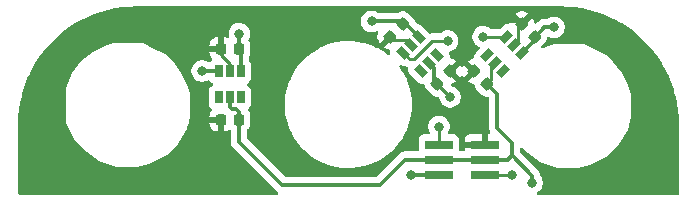
<source format=gbr>
%TF.GenerationSoftware,KiCad,Pcbnew,9.0.7*%
%TF.CreationDate,2026-01-26T09:51:23+01:00*%
%TF.ProjectId,Touchpad,546f7563-6870-4616-942e-6b696361645f,rev?*%
%TF.SameCoordinates,Original*%
%TF.FileFunction,Copper,L2,Bot*%
%TF.FilePolarity,Positive*%
%FSLAX46Y46*%
G04 Gerber Fmt 4.6, Leading zero omitted, Abs format (unit mm)*
G04 Created by KiCad (PCBNEW 9.0.7) date 2026-01-26 09:51:23*
%MOMM*%
%LPD*%
G01*
G04 APERTURE LIST*
G04 Aperture macros list*
%AMRoundRect*
0 Rectangle with rounded corners*
0 $1 Rounding radius*
0 $2 $3 $4 $5 $6 $7 $8 $9 X,Y pos of 4 corners*
0 Add a 4 corners polygon primitive as box body*
4,1,4,$2,$3,$4,$5,$6,$7,$8,$9,$2,$3,0*
0 Add four circle primitives for the rounded corners*
1,1,$1+$1,$2,$3*
1,1,$1+$1,$4,$5*
1,1,$1+$1,$6,$7*
1,1,$1+$1,$8,$9*
0 Add four rect primitives between the rounded corners*
20,1,$1+$1,$2,$3,$4,$5,0*
20,1,$1+$1,$4,$5,$6,$7,0*
20,1,$1+$1,$6,$7,$8,$9,0*
20,1,$1+$1,$8,$9,$2,$3,0*%
%AMRotRect*
0 Rectangle, with rotation*
0 The origin of the aperture is its center*
0 $1 length*
0 $2 width*
0 $3 Rotation angle, in degrees counterclockwise*
0 Add horizontal line*
21,1,$1,$2,0,0,$3*%
G04 Aperture macros list end*
%TA.AperFunction,SMDPad,CuDef*%
%ADD10RoundRect,0.225000X0.225000X0.250000X-0.225000X0.250000X-0.225000X-0.250000X0.225000X-0.250000X0*%
%TD*%
%TA.AperFunction,SMDPad,CuDef*%
%ADD11RoundRect,0.225000X0.017678X-0.335876X0.335876X-0.017678X-0.017678X0.335876X-0.335876X0.017678X0*%
%TD*%
%TA.AperFunction,SMDPad,CuDef*%
%ADD12RotRect,1.060000X0.650000X225.000000*%
%TD*%
%TA.AperFunction,SMDPad,CuDef*%
%ADD13RoundRect,0.225000X0.335876X0.017678X0.017678X0.335876X-0.335876X-0.017678X-0.017678X-0.335876X0*%
%TD*%
%TA.AperFunction,SMDPad,CuDef*%
%ADD14R,0.650000X1.060000*%
%TD*%
%TA.AperFunction,SMDPad,CuDef*%
%ADD15RoundRect,0.225000X-0.017678X0.335876X-0.335876X0.017678X0.017678X-0.335876X0.335876X-0.017678X0*%
%TD*%
%TA.AperFunction,SMDPad,CuDef*%
%ADD16RotRect,1.060000X0.650000X315.000000*%
%TD*%
%TA.AperFunction,SMDPad,CuDef*%
%ADD17R,2.400000X0.740000*%
%TD*%
%TA.AperFunction,ViaPad*%
%ADD18C,0.800000*%
%TD*%
%TA.AperFunction,Conductor*%
%ADD19C,0.355600*%
%TD*%
%TA.AperFunction,Conductor*%
%ADD20C,0.254000*%
%TD*%
G04 APERTURE END LIST*
D10*
%TO.P,C3,1*%
%TO.N,Net-(C3-Pad1)*%
X189429045Y-66775000D03*
%TO.P,C3,2*%
%TO.N,GND*%
X187879045Y-66775000D03*
%TD*%
D11*
%TO.P,C2,1*%
%TO.N,+5V*%
X206201992Y-69748008D03*
%TO.P,C2,2*%
%TO.N,GND*%
X207298008Y-68651992D03*
%TD*%
D12*
%TO.P,U3,1,Q*%
%TO.N,TP3*%
X212006066Y-65750431D03*
%TO.P,U3,2,VSS*%
%TO.N,GND*%
X212677817Y-66422183D03*
%TO.P,U3,3,I*%
%TO.N,Net-(C5-Pad1)*%
X213349569Y-67093934D03*
%TO.P,U3,4,AHLB*%
%TO.N,unconnected-(U3-Pad4)*%
X211793934Y-68649569D03*
%TO.P,U3,5,VDD*%
%TO.N,+5V*%
X211122183Y-67977817D03*
%TO.P,U3,6,TOG*%
%TO.N,unconnected-(U3-Pad6)*%
X210450431Y-67306066D03*
%TD*%
D10*
%TO.P,C4,1*%
%TO.N,+5V*%
X189429045Y-72775000D03*
%TO.P,C4,2*%
%TO.N,GND*%
X187879045Y-72775000D03*
%TD*%
D13*
%TO.P,C6,1*%
%TO.N,+5V*%
X210448008Y-69748008D03*
%TO.P,C6,2*%
%TO.N,GND*%
X209351992Y-68651992D03*
%TD*%
D14*
%TO.P,U2,1,Q*%
%TO.N,TP2*%
X187704045Y-68675000D03*
%TO.P,U2,2,VSS*%
%TO.N,GND*%
X188654045Y-68675000D03*
%TO.P,U2,3,I*%
%TO.N,Net-(C3-Pad1)*%
X189604045Y-68675000D03*
%TO.P,U2,4,AHLB*%
%TO.N,unconnected-(U2-Pad4)*%
X189604045Y-70875000D03*
%TO.P,U2,5,VDD*%
%TO.N,+5V*%
X188654045Y-70875000D03*
%TO.P,U2,6,TOG*%
%TO.N,unconnected-(U2-Pad6)*%
X187704045Y-70875000D03*
%TD*%
D15*
%TO.P,C1,1*%
%TO.N,Net-(C1-Pad1)*%
X203298008Y-64651992D03*
%TO.P,C1,2*%
%TO.N,GND*%
X202201992Y-65748008D03*
%TD*%
D16*
%TO.P,U1,1,Q*%
%TO.N,TP1*%
X203300431Y-67093934D03*
%TO.P,U1,2,VSS*%
%TO.N,GND*%
X203972183Y-66422183D03*
%TO.P,U1,3,I*%
%TO.N,Net-(C1-Pad1)*%
X204643934Y-65750431D03*
%TO.P,U1,4,AHLB*%
%TO.N,unconnected-(U1-Pad4)*%
X206199569Y-67306066D03*
%TO.P,U1,5,VDD*%
%TO.N,+5V*%
X205527817Y-67977817D03*
%TO.P,U1,6,TOG*%
%TO.N,unconnected-(U1-Pad6)*%
X204856066Y-68649569D03*
%TD*%
D17*
%TO.P,J1,1,Pin_1*%
%TO.N,TP2*%
X206350000Y-77420000D03*
%TO.P,J1,2,Pin_2*%
%TO.N,TP3*%
X210250000Y-77420000D03*
%TO.P,J1,3,Pin_3*%
%TO.N,+5V*%
X206350000Y-76150000D03*
%TO.P,J1,4,Pin_4*%
X210250000Y-76150000D03*
%TO.P,J1,5,Pin_5*%
%TO.N,TP1*%
X206350000Y-74880000D03*
%TO.P,J1,6,Pin_6*%
%TO.N,GND*%
X210250000Y-74880000D03*
%TD*%
D13*
%TO.P,C5,1*%
%TO.N,Net-(C5-Pad1)*%
X214448008Y-65748008D03*
%TO.P,C5,2*%
%TO.N,GND*%
X213351992Y-64651992D03*
%TD*%
D18*
%TO.N,Net-(C5-Pad1)*%
X216100000Y-64950000D03*
%TO.N,TP2*%
X186300000Y-68650000D03*
X204000000Y-77450000D03*
%TO.N,TP3*%
X210100000Y-65750000D03*
X212550000Y-77450000D03*
%TO.N,+5V*%
X207300000Y-70850000D03*
X214250000Y-78100000D03*
%TO.N,Net-(C1-Pad1)*%
X200650000Y-64450000D03*
%TO.N,Net-(C3-Pad1)*%
X189450000Y-65500000D03*
%TO.N,TP1*%
X206350000Y-73350000D03*
X207100000Y-66100000D03*
%TD*%
D19*
%TO.N,GND*%
X209600000Y-64400000D02*
X213100000Y-64400000D01*
X208850000Y-67100000D02*
X208850000Y-65150000D01*
D20*
X202500000Y-66050000D02*
X203600000Y-66050000D01*
D19*
X208850000Y-65150000D02*
X209600000Y-64400000D01*
D20*
X188654045Y-68079045D02*
X187879045Y-67304045D01*
X213050000Y-64953984D02*
X213351992Y-64651992D01*
X213050000Y-66050000D02*
X213050000Y-64953984D01*
X202201992Y-65748008D02*
X202201992Y-65751992D01*
D19*
X207298008Y-68651992D02*
X208850000Y-67100000D01*
X213100000Y-64400000D02*
X213351992Y-64651992D01*
D20*
X202201992Y-65751992D02*
X202500000Y-66050000D01*
X187879045Y-67304045D02*
X187879045Y-66775000D01*
X188654045Y-68675000D02*
X188654045Y-68079045D01*
X212677817Y-66422183D02*
X213050000Y-66050000D01*
X203600000Y-66050000D02*
X203972183Y-66422183D01*
D19*
%TO.N,Net-(C5-Pad1)*%
X214448008Y-65748008D02*
X214451992Y-65748008D01*
X214448008Y-65995495D02*
X213349569Y-67093934D01*
X214451992Y-65748008D02*
X215050000Y-65150000D01*
X214448008Y-65748008D02*
X214448008Y-65995495D01*
X215050000Y-65150000D02*
X215250000Y-64950000D01*
X215250000Y-64950000D02*
X216100000Y-64950000D01*
%TO.N,TP2*%
X206350000Y-77420000D02*
X204030000Y-77420000D01*
X204030000Y-77420000D02*
X204000000Y-77450000D01*
X187679045Y-68650000D02*
X187704045Y-68675000D01*
X186300000Y-68650000D02*
X187679045Y-68650000D01*
D20*
%TO.N,TP3*%
X212006066Y-65750431D02*
X210100431Y-65750431D01*
X210280000Y-77450000D02*
X210250000Y-77420000D01*
X210100431Y-65750431D02*
X210100000Y-65750000D01*
X212550000Y-77450000D02*
X210280000Y-77450000D01*
D19*
%TO.N,+5V*%
X206198008Y-69748008D02*
X205950000Y-69500000D01*
X201350000Y-78300000D02*
X203500000Y-76150000D01*
X205950000Y-68400000D02*
X205527817Y-67977817D01*
X212550000Y-75800000D02*
X212550000Y-74750000D01*
X206201992Y-69748008D02*
X206201992Y-69751992D01*
X210250000Y-76150000D02*
X212200000Y-76150000D01*
X189429045Y-72775000D02*
X189429045Y-72125000D01*
X189429045Y-72125000D02*
X189204045Y-71900000D01*
X214250000Y-77500000D02*
X212550000Y-75800000D01*
X189429045Y-72775000D02*
X189429045Y-74679045D01*
X193050000Y-78300000D02*
X201350000Y-78300000D01*
X203500000Y-76150000D02*
X206350000Y-76150000D01*
X188654045Y-70875000D02*
X188654045Y-71700000D01*
D20*
X210451992Y-69748008D02*
X210800000Y-69400000D01*
D19*
X206350000Y-76150000D02*
X210250000Y-76150000D01*
X211300000Y-70600000D02*
X210448008Y-69748008D01*
X188854045Y-71900000D02*
X189204045Y-71900000D01*
X206201992Y-69748008D02*
X206198008Y-69748008D01*
X206201992Y-69751992D02*
X207300000Y-70850000D01*
X212200000Y-76150000D02*
X212550000Y-75800000D01*
X214250000Y-78100000D02*
X214250000Y-77500000D01*
X188654045Y-71700000D02*
X188854045Y-71900000D01*
D20*
X210800000Y-68300000D02*
X211122183Y-67977817D01*
D19*
X189429045Y-74679045D02*
X193050000Y-78300000D01*
D20*
X210800000Y-69400000D02*
X210800000Y-68300000D01*
D19*
X211300000Y-73500000D02*
X211300000Y-70600000D01*
X212550000Y-74750000D02*
X211300000Y-73500000D01*
X205950000Y-69500000D02*
X205950000Y-68400000D01*
%TO.N,Net-(C1-Pad1)*%
X203100000Y-64450000D02*
X200650000Y-64450000D01*
D20*
X203298008Y-64648008D02*
X203100000Y-64450000D01*
X203298008Y-64651992D02*
X203545495Y-64651992D01*
X203298008Y-64651992D02*
X203298008Y-64648008D01*
D19*
X203545495Y-64651992D02*
X204643934Y-65750431D01*
%TO.N,Net-(C3-Pad1)*%
X189429045Y-65504045D02*
X189425000Y-65500000D01*
X189429045Y-65520955D02*
X189450000Y-65500000D01*
X189604045Y-68675000D02*
X189604045Y-66950000D01*
X189429045Y-66775000D02*
X189429045Y-65520955D01*
X189604045Y-66950000D02*
X189429045Y-66775000D01*
D20*
%TO.N,TP1*%
X207100000Y-66100000D02*
X205800000Y-66100000D01*
X206350000Y-74880000D02*
X206350000Y-73350000D01*
X205800000Y-66100000D02*
X204225000Y-67675000D01*
X203881497Y-67675000D02*
X204225000Y-67675000D01*
X203300431Y-67093934D02*
X203881497Y-67675000D01*
%TD*%
%TA.AperFunction,Conductor*%
%TO.N,GND*%
G36*
X216701886Y-63175557D02*
G01*
X217298454Y-63193583D01*
X217306036Y-63194042D01*
X217898515Y-63247881D01*
X217906027Y-63248793D01*
X218494205Y-63338312D01*
X218501665Y-63339679D01*
X219083355Y-63464547D01*
X219090713Y-63466361D01*
X219663801Y-63626121D01*
X219671003Y-63628365D01*
X220233427Y-63822444D01*
X220240511Y-63825131D01*
X220790151Y-64052800D01*
X220797082Y-64055920D01*
X221331980Y-64316363D01*
X221338677Y-64319878D01*
X221809695Y-64585533D01*
X221856867Y-64612138D01*
X221863378Y-64616074D01*
X222334798Y-64920869D01*
X222362959Y-64939076D01*
X222369223Y-64943400D01*
X222848398Y-65295984D01*
X222854386Y-65300675D01*
X223311400Y-65681549D01*
X223317080Y-65686580D01*
X223462622Y-65823585D01*
X223750264Y-66094353D01*
X223755646Y-66099735D01*
X223910992Y-66264762D01*
X224152198Y-66521000D01*
X224163411Y-66532911D01*
X224168452Y-66538602D01*
X224443585Y-66868736D01*
X224549321Y-66995609D01*
X224554015Y-67001601D01*
X224906599Y-67480776D01*
X224910923Y-67487040D01*
X225233924Y-67986619D01*
X225237861Y-67993132D01*
X225355013Y-68200847D01*
X225523268Y-68499171D01*
X225530110Y-68511301D01*
X225533642Y-68518031D01*
X225597580Y-68649346D01*
X225794077Y-69052912D01*
X225797201Y-69059853D01*
X226024863Y-69609477D01*
X226027561Y-69616591D01*
X226221627Y-70178975D01*
X226223884Y-70186219D01*
X226257044Y-70305170D01*
X226383634Y-70759270D01*
X226385456Y-70766660D01*
X226510317Y-71348321D01*
X226511689Y-71355807D01*
X226601203Y-71943950D01*
X226602120Y-71951506D01*
X226655956Y-72543955D01*
X226656416Y-72551552D01*
X226674443Y-73148113D01*
X226674500Y-73151919D01*
X226674500Y-78998500D01*
X226654498Y-79066621D01*
X226600842Y-79113114D01*
X226548500Y-79124500D01*
X214767350Y-79124500D01*
X214699229Y-79104498D01*
X214652736Y-79050842D01*
X214642632Y-78980568D01*
X214672126Y-78915988D01*
X214697348Y-78893735D01*
X214699207Y-78892492D01*
X214829135Y-78805678D01*
X214955678Y-78679135D01*
X215055102Y-78530336D01*
X215123587Y-78365000D01*
X215158500Y-78189479D01*
X215158500Y-78010521D01*
X215123587Y-77835000D01*
X215055102Y-77669664D01*
X214957535Y-77523644D01*
X214936320Y-77455891D01*
X214936300Y-77453642D01*
X214936300Y-77432406D01*
X214936299Y-77432402D01*
X214909926Y-77299814D01*
X214858191Y-77174915D01*
X214783084Y-77062509D01*
X214687491Y-76966916D01*
X213273205Y-75552630D01*
X213258260Y-75525261D01*
X213241404Y-75499033D01*
X213240498Y-75492734D01*
X213239179Y-75490318D01*
X213236300Y-75463535D01*
X213236300Y-75270490D01*
X213256302Y-75202369D01*
X213309958Y-75155876D01*
X213380232Y-75145772D01*
X213444812Y-75175266D01*
X213451381Y-75181381D01*
X213880000Y-75610000D01*
X214880000Y-76360000D01*
X216380000Y-76860000D01*
X218130001Y-76860000D01*
X218130001Y-76859999D01*
X219130000Y-76610000D01*
X220630000Y-75860000D01*
X221630000Y-74860000D01*
X222380000Y-73610000D01*
X222552584Y-72919664D01*
X222630000Y-72610001D01*
X222630000Y-70610000D01*
X222380000Y-69860000D01*
X222379114Y-69858228D01*
X221880000Y-68860000D01*
X221879996Y-68859995D01*
X221879994Y-68859991D01*
X221129997Y-67859996D01*
X220630005Y-67360004D01*
X220630000Y-67360000D01*
X218630000Y-66360000D01*
X216130000Y-66360000D01*
X215379997Y-66610001D01*
X215379996Y-66610001D01*
X215197553Y-66701222D01*
X215127679Y-66713796D01*
X215062099Y-66686597D01*
X215021635Y-66628260D01*
X215019133Y-66557308D01*
X215052108Y-66499430D01*
X215337104Y-66214435D01*
X215400885Y-66136139D01*
X215477840Y-65982910D01*
X215510030Y-65847084D01*
X215545201Y-65785416D01*
X215608133Y-65752550D01*
X215678842Y-65758924D01*
X215680826Y-65759725D01*
X215835000Y-65823587D01*
X216010521Y-65858500D01*
X216010522Y-65858500D01*
X216189478Y-65858500D01*
X216189479Y-65858500D01*
X216365000Y-65823587D01*
X216530336Y-65755102D01*
X216679135Y-65655678D01*
X216805678Y-65529135D01*
X216905102Y-65380336D01*
X216973587Y-65215000D01*
X217008500Y-65039479D01*
X217008500Y-64860521D01*
X216973587Y-64685000D01*
X216905102Y-64519664D01*
X216805678Y-64370865D01*
X216679135Y-64244322D01*
X216530336Y-64144898D01*
X216413429Y-64096473D01*
X216365003Y-64076414D01*
X216365001Y-64076413D01*
X216365000Y-64076413D01*
X216261984Y-64055922D01*
X216189481Y-64041500D01*
X216189479Y-64041500D01*
X216010521Y-64041500D01*
X216010518Y-64041500D01*
X215879771Y-64067507D01*
X215835000Y-64076413D01*
X215834999Y-64076413D01*
X215834996Y-64076414D01*
X215669662Y-64144899D01*
X215523644Y-64242465D01*
X215455891Y-64263680D01*
X215453642Y-64263700D01*
X215182402Y-64263700D01*
X215049813Y-64290074D01*
X215049808Y-64290076D01*
X214924915Y-64341809D01*
X214812510Y-64416915D01*
X214812504Y-64416920D01*
X214751166Y-64478259D01*
X214716916Y-64512509D01*
X214716914Y-64512511D01*
X214692566Y-64536859D01*
X214630300Y-64599123D01*
X214601061Y-64615088D01*
X214567988Y-64633147D01*
X214567987Y-64633146D01*
X214567987Y-64633147D01*
X214497171Y-64628081D01*
X214449117Y-64592107D01*
X214440337Y-64585534D01*
X214440336Y-64585533D01*
X214440333Y-64585527D01*
X214418602Y-64539084D01*
X214381349Y-64381904D01*
X214304453Y-64228786D01*
X214240706Y-64150533D01*
X214226684Y-64136511D01*
X214226682Y-64136511D01*
X213620692Y-64742501D01*
X213558380Y-64776527D01*
X213487565Y-64771462D01*
X213442502Y-64742501D01*
X213351993Y-64651992D01*
X213351992Y-64651992D01*
X213261481Y-64742502D01*
X213199169Y-64776527D01*
X213128353Y-64771461D01*
X213083291Y-64742501D01*
X212494978Y-64154188D01*
X212463274Y-64185892D01*
X212399530Y-64264143D01*
X212322632Y-64417263D01*
X212322631Y-64417266D01*
X212294286Y-64536859D01*
X212259113Y-64598531D01*
X212196181Y-64631395D01*
X212153759Y-64632519D01*
X212151024Y-64632126D01*
X212151020Y-64632126D01*
X212006293Y-64652934D01*
X212006289Y-64652935D01*
X211873285Y-64713674D01*
X211873276Y-64713680D01*
X211825853Y-64751897D01*
X211825849Y-64751900D01*
X211499724Y-65078026D01*
X211437412Y-65112052D01*
X211410629Y-65114931D01*
X210801934Y-65114931D01*
X210733813Y-65094929D01*
X210712839Y-65078026D01*
X210679137Y-65044324D01*
X210679135Y-65044322D01*
X210530336Y-64944898D01*
X210413429Y-64896473D01*
X210365003Y-64876414D01*
X210365001Y-64876413D01*
X210365000Y-64876413D01*
X210276645Y-64858838D01*
X210189481Y-64841500D01*
X210189479Y-64841500D01*
X210010521Y-64841500D01*
X210010518Y-64841500D01*
X209879771Y-64867507D01*
X209835000Y-64876413D01*
X209834999Y-64876413D01*
X209834996Y-64876414D01*
X209703902Y-64930716D01*
X209673281Y-64943400D01*
X209669662Y-64944899D01*
X209520869Y-65044319D01*
X209520862Y-65044324D01*
X209394324Y-65170862D01*
X209394319Y-65170869D01*
X209294899Y-65319662D01*
X209226414Y-65484996D01*
X209191500Y-65660518D01*
X209191500Y-65839481D01*
X209195283Y-65858499D01*
X209226413Y-66015000D01*
X209294898Y-66180336D01*
X209394322Y-66329135D01*
X209520865Y-66455678D01*
X209669664Y-66555102D01*
X209745043Y-66586325D01*
X209800323Y-66630874D01*
X209822744Y-66698237D01*
X209805185Y-66767029D01*
X209785920Y-66791829D01*
X209451905Y-67125844D01*
X209451892Y-67125858D01*
X209413680Y-67173276D01*
X209413674Y-67173285D01*
X209352935Y-67306289D01*
X209352934Y-67306293D01*
X209332126Y-67451019D01*
X209332126Y-67451024D01*
X209332519Y-67453759D01*
X209332126Y-67456490D01*
X209332126Y-67460035D01*
X209331616Y-67460035D01*
X209322410Y-67524032D01*
X209275914Y-67577685D01*
X209236859Y-67594286D01*
X209117266Y-67622631D01*
X209117263Y-67622632D01*
X208964143Y-67699530D01*
X208885892Y-67763274D01*
X208854188Y-67794978D01*
X209442501Y-68383291D01*
X209476527Y-68445603D01*
X209471462Y-68516418D01*
X209442502Y-68561481D01*
X209351992Y-68651991D01*
X209351992Y-68651993D01*
X209442501Y-68742502D01*
X209476527Y-68804814D01*
X209471462Y-68875629D01*
X209442501Y-68920692D01*
X208836511Y-69526682D01*
X208836511Y-69526684D01*
X208850533Y-69540706D01*
X208928786Y-69604453D01*
X209081904Y-69681349D01*
X209081905Y-69681350D01*
X209248641Y-69720868D01*
X209252633Y-69720868D01*
X209255274Y-69721643D01*
X209255928Y-69721720D01*
X209255914Y-69721831D01*
X209320754Y-69740870D01*
X209367247Y-69794526D01*
X209378633Y-69846868D01*
X209378633Y-69851419D01*
X209418176Y-70018265D01*
X209418176Y-70018266D01*
X209418177Y-70018267D01*
X209418178Y-70018271D01*
X209495127Y-70171488D01*
X209495133Y-70171496D01*
X209558912Y-70249792D01*
X209946223Y-70637103D01*
X209987782Y-70670956D01*
X210024522Y-70700885D01*
X210024525Y-70700886D01*
X210024527Y-70700888D01*
X210177744Y-70777837D01*
X210177746Y-70777837D01*
X210177751Y-70777840D01*
X210344597Y-70817383D01*
X210344599Y-70817383D01*
X210487700Y-70817383D01*
X210555821Y-70837385D01*
X210602314Y-70891041D01*
X210613700Y-70943383D01*
X210613700Y-73567597D01*
X210635124Y-73675303D01*
X210635125Y-73675306D01*
X210637173Y-73685601D01*
X210640074Y-73700186D01*
X210691809Y-73825085D01*
X210692164Y-73825617D01*
X210694320Y-73831297D01*
X210696913Y-73864874D01*
X210700515Y-73898372D01*
X210699636Y-73900126D01*
X210699788Y-73902083D01*
X210683814Y-73931736D01*
X210668736Y-73961859D01*
X210667048Y-73962860D01*
X210666118Y-73964587D01*
X210636658Y-73980891D01*
X210607678Y-73998086D01*
X210604977Y-73998425D01*
X210604000Y-73998966D01*
X210601816Y-73998822D01*
X210576517Y-74002000D01*
X210504000Y-74002000D01*
X210504000Y-74754000D01*
X210483998Y-74822121D01*
X210430342Y-74868614D01*
X210378000Y-74880000D01*
X210250000Y-74880000D01*
X210250000Y-75008000D01*
X210229998Y-75076121D01*
X210176342Y-75122614D01*
X210124000Y-75134000D01*
X208542000Y-75134000D01*
X208542000Y-75298595D01*
X208544757Y-75324229D01*
X208541932Y-75339884D01*
X208544197Y-75355632D01*
X208535758Y-75374107D01*
X208532153Y-75394097D01*
X208521311Y-75405741D01*
X208514703Y-75420212D01*
X208497616Y-75431193D01*
X208483775Y-75446060D01*
X208467561Y-75450508D01*
X208454977Y-75458596D01*
X208419479Y-75463700D01*
X208181027Y-75463700D01*
X208112906Y-75443698D01*
X208066413Y-75390042D01*
X208055749Y-75324233D01*
X208058498Y-75298652D01*
X208058500Y-75298638D01*
X208058500Y-74461402D01*
X208542000Y-74461402D01*
X208542000Y-74626000D01*
X209996000Y-74626000D01*
X209996000Y-74002000D01*
X209001402Y-74002000D01*
X208940906Y-74008505D01*
X208804035Y-74059555D01*
X208804034Y-74059555D01*
X208687095Y-74147095D01*
X208599555Y-74264034D01*
X208599555Y-74264035D01*
X208548505Y-74400906D01*
X208542000Y-74461402D01*
X208058500Y-74461402D01*
X208058500Y-74461362D01*
X208058499Y-74461350D01*
X208051990Y-74400803D01*
X208051988Y-74400795D01*
X208000978Y-74264035D01*
X208000889Y-74263796D01*
X208000888Y-74263794D01*
X208000887Y-74263792D01*
X207913261Y-74146738D01*
X207796207Y-74059112D01*
X207796202Y-74059110D01*
X207659204Y-74008011D01*
X207659196Y-74008009D01*
X207598649Y-74001500D01*
X207598638Y-74001500D01*
X207243054Y-74001500D01*
X207174933Y-73981498D01*
X207128440Y-73927842D01*
X207118336Y-73857568D01*
X207138289Y-73805498D01*
X207155102Y-73780336D01*
X207223587Y-73615000D01*
X207258500Y-73439479D01*
X207258500Y-73260521D01*
X207223587Y-73085000D01*
X207155102Y-72919664D01*
X207055678Y-72770865D01*
X206929135Y-72644322D01*
X206780336Y-72544898D01*
X206663429Y-72496473D01*
X206615003Y-72476414D01*
X206615001Y-72476413D01*
X206615000Y-72476413D01*
X206526645Y-72458838D01*
X206439481Y-72441500D01*
X206439479Y-72441500D01*
X206260521Y-72441500D01*
X206260518Y-72441500D01*
X206129771Y-72467507D01*
X206085000Y-72476413D01*
X206084999Y-72476413D01*
X206084996Y-72476414D01*
X205919662Y-72544899D01*
X205770869Y-72644319D01*
X205770862Y-72644324D01*
X205644324Y-72770862D01*
X205644319Y-72770869D01*
X205544899Y-72919662D01*
X205476414Y-73084996D01*
X205441500Y-73260518D01*
X205441500Y-73439481D01*
X205450104Y-73482734D01*
X205476413Y-73615000D01*
X205544898Y-73780336D01*
X205544899Y-73780337D01*
X205561711Y-73805498D01*
X205582926Y-73873251D01*
X205564143Y-73941718D01*
X205511326Y-73989161D01*
X205456946Y-74001500D01*
X205101350Y-74001500D01*
X205040803Y-74008009D01*
X205040795Y-74008011D01*
X204903797Y-74059110D01*
X204903792Y-74059112D01*
X204786738Y-74146738D01*
X204699112Y-74263792D01*
X204699110Y-74263797D01*
X204648011Y-74400795D01*
X204648009Y-74400803D01*
X204641500Y-74461350D01*
X204641500Y-75298632D01*
X204641501Y-75298652D01*
X204644251Y-75324233D01*
X204631645Y-75394101D01*
X204583266Y-75446063D01*
X204518973Y-75463700D01*
X203432402Y-75463700D01*
X203299813Y-75490074D01*
X203299808Y-75490076D01*
X203174915Y-75541809D01*
X203062510Y-75616915D01*
X203062504Y-75616920D01*
X201102630Y-77576795D01*
X201040318Y-77610821D01*
X201013535Y-77613700D01*
X193386465Y-77613700D01*
X193318344Y-77593698D01*
X193297370Y-77576795D01*
X190152250Y-74431675D01*
X190118224Y-74369363D01*
X190115345Y-74342580D01*
X190115345Y-73653215D01*
X190135347Y-73585094D01*
X190152245Y-73564124D01*
X190233330Y-73483040D01*
X190323347Y-73337101D01*
X190377281Y-73174336D01*
X190383854Y-73110000D01*
X190387545Y-73073880D01*
X190387545Y-72476119D01*
X190377292Y-72375770D01*
X190377281Y-72375664D01*
X190323347Y-72212899D01*
X190233330Y-72066960D01*
X190233329Y-72066959D01*
X190233324Y-72066953D01*
X190190578Y-72024207D01*
X190156552Y-71961895D01*
X190161617Y-71891080D01*
X190204164Y-71834244D01*
X190292306Y-71768261D01*
X190379932Y-71651207D01*
X190379932Y-71651206D01*
X190379934Y-71651204D01*
X190431034Y-71514201D01*
X190437545Y-71453638D01*
X190437545Y-71274809D01*
X193327405Y-71274809D01*
X193327405Y-71725190D01*
X193365091Y-72173966D01*
X193365091Y-72173968D01*
X193440192Y-72617992D01*
X193440200Y-72618027D01*
X193552188Y-73054194D01*
X193552199Y-73054231D01*
X193700296Y-73479506D01*
X193700299Y-73479514D01*
X193700302Y-73479521D01*
X193883478Y-73890942D01*
X193944258Y-74001500D01*
X194100442Y-74285599D01*
X194100446Y-74285605D01*
X194349658Y-74660698D01*
X194349668Y-74660712D01*
X194629401Y-75013646D01*
X194629402Y-75013648D01*
X194937683Y-75341934D01*
X194937711Y-75341961D01*
X195168763Y-75550000D01*
X195272372Y-75643290D01*
X195456668Y-75783178D01*
X195631088Y-75915570D01*
X195631103Y-75915580D01*
X196011332Y-76156882D01*
X196011337Y-76156884D01*
X196011344Y-76156889D01*
X196410452Y-76365537D01*
X196825619Y-76540058D01*
X196825633Y-76540062D01*
X196825634Y-76540063D01*
X197253926Y-76679224D01*
X197253932Y-76679225D01*
X197253934Y-76679226D01*
X197692392Y-76782065D01*
X197692403Y-76782066D01*
X197692405Y-76782067D01*
X197760778Y-76792163D01*
X198137918Y-76847855D01*
X198137921Y-76847855D01*
X198137922Y-76847856D01*
X198454369Y-76867764D01*
X198587386Y-76876133D01*
X198587389Y-76876132D01*
X198587391Y-76876133D01*
X198868797Y-76870238D01*
X199037644Y-76866701D01*
X199485534Y-76819626D01*
X199927914Y-76735238D01*
X200361681Y-76614128D01*
X200783792Y-76457146D01*
X201191287Y-76265393D01*
X201581308Y-76040215D01*
X201951118Y-75783190D01*
X202298124Y-75496122D01*
X202619892Y-75181023D01*
X202914164Y-74840105D01*
X203178877Y-74475759D01*
X203187604Y-74461350D01*
X203294042Y-74285599D01*
X203412174Y-74090540D01*
X203612419Y-73687150D01*
X203778206Y-73268419D01*
X203908374Y-72837283D01*
X204002008Y-72396768D01*
X204004663Y-72375758D01*
X204058451Y-71949979D01*
X204058451Y-71949976D01*
X204058453Y-71949962D01*
X204067941Y-71723585D01*
X204077312Y-71500011D01*
X204077312Y-71499988D01*
X204058454Y-71050061D01*
X204058453Y-71050059D01*
X204058453Y-71050038D01*
X204057801Y-71044877D01*
X204002011Y-70603251D01*
X204002009Y-70603244D01*
X204002008Y-70603232D01*
X203908374Y-70162717D01*
X203778206Y-69731581D01*
X203612419Y-69312850D01*
X203412174Y-68909460D01*
X203294046Y-68714407D01*
X203178882Y-68524248D01*
X203178879Y-68524244D01*
X203169475Y-68511301D01*
X203083766Y-68393332D01*
X203038294Y-68330745D01*
X203014435Y-68263877D01*
X203030516Y-68194726D01*
X203081430Y-68145245D01*
X203151013Y-68131146D01*
X203192570Y-68142069D01*
X203300654Y-68191429D01*
X203300655Y-68191429D01*
X203300658Y-68191430D01*
X203445386Y-68212239D01*
X203445388Y-68212239D01*
X203476821Y-68207719D01*
X203547095Y-68217821D01*
X203547829Y-68218159D01*
X203556660Y-68222260D01*
X203580475Y-68238173D01*
X203677098Y-68278195D01*
X203679502Y-68279312D01*
X203704275Y-68301057D01*
X203729927Y-68321729D01*
X203730794Y-68324334D01*
X203732859Y-68326147D01*
X203741939Y-68357819D01*
X203752348Y-68389092D01*
X203752120Y-68393332D01*
X203752425Y-68394394D01*
X203751985Y-68395857D01*
X203751145Y-68411521D01*
X203737761Y-68504608D01*
X203737761Y-68504615D01*
X203758569Y-68649341D01*
X203758570Y-68649345D01*
X203819309Y-68782349D01*
X203819315Y-68782358D01*
X203833532Y-68800000D01*
X203857534Y-68829784D01*
X204675851Y-69648101D01*
X204723280Y-69686322D01*
X204723281Y-69686322D01*
X204723285Y-69686325D01*
X204856289Y-69747064D01*
X204856293Y-69747065D01*
X205001019Y-69767874D01*
X205001021Y-69767873D01*
X205001023Y-69767874D01*
X205003253Y-69767553D01*
X205005485Y-69767874D01*
X205010035Y-69767874D01*
X205010035Y-69768527D01*
X205073526Y-69777654D01*
X205127183Y-69824145D01*
X205143791Y-69863211D01*
X205151115Y-69894112D01*
X205172160Y-69982910D01*
X205172162Y-69982916D01*
X205235987Y-70110000D01*
X205249115Y-70136139D01*
X205249118Y-70136143D01*
X205249121Y-70136147D01*
X205312900Y-70214440D01*
X205735559Y-70637099D01*
X205735564Y-70637103D01*
X205735565Y-70637104D01*
X205813861Y-70700885D01*
X205813867Y-70700888D01*
X205967083Y-70777837D01*
X205967085Y-70777837D01*
X205967090Y-70777840D01*
X206133937Y-70817383D01*
X206244619Y-70817383D01*
X206274534Y-70826166D01*
X206305004Y-70832795D01*
X206310099Y-70836609D01*
X206312740Y-70837385D01*
X206333714Y-70854288D01*
X206357667Y-70878241D01*
X206391693Y-70940553D01*
X206392151Y-70942754D01*
X206409880Y-71031885D01*
X206426413Y-71115000D01*
X206494898Y-71280336D01*
X206594322Y-71429135D01*
X206720865Y-71555678D01*
X206869664Y-71655102D01*
X207035000Y-71723587D01*
X207210521Y-71758500D01*
X207210522Y-71758500D01*
X207389478Y-71758500D01*
X207389479Y-71758500D01*
X207565000Y-71723587D01*
X207730336Y-71655102D01*
X207879135Y-71555678D01*
X208005678Y-71429135D01*
X208105102Y-71280336D01*
X208173587Y-71115000D01*
X208208500Y-70939479D01*
X208208500Y-70760521D01*
X208173587Y-70585000D01*
X208105102Y-70419664D01*
X208005678Y-70270865D01*
X207879135Y-70144322D01*
X207730336Y-70044898D01*
X207613429Y-69996473D01*
X207565003Y-69976414D01*
X207565001Y-69976413D01*
X207565000Y-69976413D01*
X207514827Y-69966433D01*
X207456984Y-69954927D01*
X207394075Y-69922019D01*
X207358944Y-69860323D01*
X207362745Y-69789429D01*
X207404271Y-69731843D01*
X207452510Y-69708744D01*
X207568093Y-69681350D01*
X207568095Y-69681349D01*
X207721213Y-69604453D01*
X207799466Y-69540706D01*
X207813489Y-69526684D01*
X207813489Y-69526683D01*
X207207498Y-68920693D01*
X207173473Y-68858380D01*
X207178537Y-68787565D01*
X207207498Y-68742501D01*
X207298007Y-68651992D01*
X207298006Y-68651991D01*
X207657218Y-68651991D01*
X207657218Y-68651993D01*
X208172698Y-69167473D01*
X208172700Y-69167473D01*
X208186726Y-69153446D01*
X208227311Y-69103626D01*
X208285842Y-69063444D01*
X208356806Y-69061285D01*
X208417672Y-69097835D01*
X208422689Y-69103626D01*
X208463273Y-69153446D01*
X208477300Y-69167473D01*
X208477302Y-69167473D01*
X208992781Y-68651994D01*
X208992781Y-68651990D01*
X208494979Y-68154188D01*
X208494978Y-68154188D01*
X208463267Y-68185899D01*
X208422687Y-68235714D01*
X208364156Y-68275895D01*
X208293192Y-68278053D01*
X208232327Y-68241503D01*
X208227309Y-68235712D01*
X208186725Y-68185891D01*
X208155022Y-68154188D01*
X208155021Y-68154188D01*
X207657218Y-68651991D01*
X207298006Y-68651991D01*
X207207498Y-68561483D01*
X207173473Y-68499171D01*
X207178537Y-68428355D01*
X207207498Y-68383292D01*
X207795811Y-67794979D01*
X207795811Y-67794977D01*
X207764107Y-67763273D01*
X207685861Y-67699533D01*
X207685857Y-67699531D01*
X207532736Y-67622632D01*
X207532733Y-67622631D01*
X207413140Y-67594286D01*
X207351469Y-67559113D01*
X207318604Y-67496181D01*
X207317482Y-67453748D01*
X207317874Y-67451022D01*
X207317874Y-67451019D01*
X207297065Y-67306293D01*
X207297064Y-67306289D01*
X207236323Y-67173282D01*
X207235922Y-67172632D01*
X207235764Y-67172056D01*
X207233048Y-67166109D01*
X207234011Y-67165669D01*
X207217135Y-67104166D01*
X207238346Y-67036412D01*
X207292820Y-66990881D01*
X207318528Y-66982830D01*
X207365000Y-66973587D01*
X207530336Y-66905102D01*
X207679135Y-66805678D01*
X207805678Y-66679135D01*
X207905102Y-66530336D01*
X207973587Y-66365000D01*
X208008500Y-66189479D01*
X208008500Y-66010521D01*
X207973587Y-65835000D01*
X207905102Y-65669664D01*
X207805678Y-65520865D01*
X207679135Y-65394322D01*
X207530336Y-65294898D01*
X207385721Y-65234996D01*
X207365003Y-65226414D01*
X207365001Y-65226413D01*
X207365000Y-65226413D01*
X207276645Y-65208838D01*
X207189481Y-65191500D01*
X207189479Y-65191500D01*
X207010521Y-65191500D01*
X207010518Y-65191500D01*
X206892362Y-65215003D01*
X206835000Y-65226413D01*
X206834999Y-65226413D01*
X206834996Y-65226414D01*
X206669662Y-65294899D01*
X206520869Y-65394319D01*
X206520862Y-65394324D01*
X206487592Y-65427595D01*
X206425280Y-65461621D01*
X206398497Y-65464500D01*
X205737403Y-65464500D01*
X205636094Y-65484652D01*
X205565380Y-65478324D01*
X205522418Y-65450168D01*
X204824150Y-64751900D01*
X204824149Y-64751899D01*
X204782302Y-64718176D01*
X204776723Y-64713680D01*
X204776714Y-64713674D01*
X204643710Y-64652935D01*
X204643706Y-64652934D01*
X204537245Y-64637627D01*
X204516780Y-64628280D01*
X204494793Y-64623498D01*
X204476780Y-64610013D01*
X204472665Y-64608134D01*
X204466083Y-64602005D01*
X204367605Y-64503527D01*
X204334096Y-64443490D01*
X204327840Y-64417090D01*
X204327838Y-64417086D01*
X204327837Y-64417083D01*
X204250888Y-64263867D01*
X204250885Y-64263861D01*
X204222312Y-64228786D01*
X204187099Y-64185559D01*
X203796517Y-63794977D01*
X212854188Y-63794977D01*
X213351991Y-64292781D01*
X213867473Y-63777300D01*
X213853450Y-63763277D01*
X213775197Y-63699530D01*
X213622079Y-63622634D01*
X213622078Y-63622633D01*
X213455343Y-63583116D01*
X213283996Y-63583116D01*
X213117261Y-63622633D01*
X212964143Y-63699530D01*
X212885892Y-63763274D01*
X212854188Y-63794977D01*
X203796517Y-63794977D01*
X203764440Y-63762900D01*
X203686147Y-63699121D01*
X203686141Y-63699117D01*
X203686139Y-63699115D01*
X203686134Y-63699112D01*
X203686132Y-63699111D01*
X203532916Y-63622162D01*
X203532912Y-63622161D01*
X203532911Y-63622160D01*
X203532910Y-63622160D01*
X203366063Y-63582617D01*
X203194597Y-63582617D01*
X203027751Y-63622160D01*
X203027749Y-63622160D01*
X203027748Y-63622161D01*
X203027744Y-63622162D01*
X202874527Y-63699111D01*
X202874519Y-63699117D01*
X202829991Y-63735390D01*
X202764543Y-63762905D01*
X202750413Y-63763700D01*
X201296358Y-63763700D01*
X201228237Y-63743698D01*
X201226356Y-63742465D01*
X201080337Y-63644899D01*
X201080338Y-63644899D01*
X201080336Y-63644898D01*
X200963429Y-63596473D01*
X200915003Y-63576414D01*
X200915001Y-63576413D01*
X200915000Y-63576413D01*
X200826645Y-63558838D01*
X200739481Y-63541500D01*
X200739479Y-63541500D01*
X200560521Y-63541500D01*
X200560518Y-63541500D01*
X200429771Y-63567507D01*
X200385000Y-63576413D01*
X200384999Y-63576413D01*
X200384996Y-63576414D01*
X200219662Y-63644899D01*
X200070869Y-63744319D01*
X200070862Y-63744324D01*
X199944324Y-63870862D01*
X199944319Y-63870869D01*
X199844899Y-64019662D01*
X199776414Y-64184996D01*
X199776413Y-64184999D01*
X199776413Y-64185000D01*
X199767507Y-64229771D01*
X199741500Y-64360518D01*
X199741500Y-64539481D01*
X199751968Y-64592107D01*
X199776150Y-64713680D01*
X199776414Y-64715003D01*
X199781419Y-64727086D01*
X199844898Y-64880336D01*
X199944322Y-65029135D01*
X200070865Y-65155678D01*
X200219664Y-65255102D01*
X200385000Y-65323587D01*
X200560521Y-65358500D01*
X200560522Y-65358500D01*
X200739478Y-65358500D01*
X200739479Y-65358500D01*
X200915000Y-65323587D01*
X200942096Y-65312363D01*
X201025438Y-65277842D01*
X201096028Y-65270252D01*
X201159515Y-65302031D01*
X201195743Y-65363088D01*
X201193209Y-65434040D01*
X201186256Y-65450795D01*
X201172634Y-65477919D01*
X201172633Y-65477921D01*
X201133116Y-65644657D01*
X201133116Y-65816003D01*
X201172633Y-65982738D01*
X201249531Y-66135857D01*
X201249533Y-66135861D01*
X201313273Y-66214107D01*
X201344977Y-66245811D01*
X201344979Y-66245811D01*
X201933292Y-65657498D01*
X201995604Y-65623472D01*
X202066419Y-65628537D01*
X202111482Y-65657498D01*
X202292501Y-65838517D01*
X202326527Y-65900829D01*
X202321462Y-65971644D01*
X202292501Y-66016707D01*
X201704188Y-66605020D01*
X201704188Y-66605022D01*
X201735892Y-66636726D01*
X201814138Y-66700466D01*
X201814142Y-66700468D01*
X201967263Y-66777367D01*
X201967268Y-66777368D01*
X202086858Y-66805713D01*
X202148530Y-66840885D01*
X202181395Y-66903817D01*
X202182519Y-66946239D01*
X202182126Y-66948973D01*
X202182126Y-66948980D01*
X202202934Y-67093706D01*
X202202935Y-67093709D01*
X202202936Y-67093711D01*
X202217610Y-67125844D01*
X202218155Y-67127036D01*
X202228258Y-67197310D01*
X202198765Y-67261890D01*
X202139038Y-67300273D01*
X202068042Y-67300273D01*
X202023226Y-67276462D01*
X201951131Y-67216821D01*
X201951118Y-67216810D01*
X201609365Y-66979285D01*
X201581304Y-66959782D01*
X201581295Y-66959777D01*
X201191304Y-66734616D01*
X201191293Y-66734610D01*
X201191287Y-66734607D01*
X201056613Y-66671234D01*
X200783794Y-66542854D01*
X200361683Y-66385872D01*
X200054122Y-66300000D01*
X199927914Y-66264762D01*
X199927908Y-66264760D01*
X199927898Y-66264758D01*
X199485547Y-66180376D01*
X199485534Y-66180374D01*
X199037641Y-66133298D01*
X198587396Y-66123866D01*
X198587385Y-66123866D01*
X198137922Y-66152143D01*
X198137921Y-66152144D01*
X197692405Y-66217932D01*
X197692381Y-66217937D01*
X197253926Y-66320775D01*
X196825634Y-66459936D01*
X196825630Y-66459938D01*
X196825625Y-66459939D01*
X196825619Y-66459942D01*
X196480494Y-66605020D01*
X196410459Y-66634460D01*
X196410454Y-66634462D01*
X196011332Y-66843117D01*
X195631103Y-67084419D01*
X195631088Y-67084429D01*
X195272374Y-67356708D01*
X195272369Y-67356712D01*
X194937711Y-67658038D01*
X194937683Y-67658065D01*
X194629402Y-67986351D01*
X194629401Y-67986353D01*
X194349668Y-68339287D01*
X194349658Y-68339301D01*
X194100446Y-68714394D01*
X194100442Y-68714400D01*
X193910529Y-69059853D01*
X193883478Y-69109058D01*
X193718121Y-69480458D01*
X193700303Y-69520477D01*
X193700296Y-69520493D01*
X193552199Y-69945768D01*
X193552188Y-69945805D01*
X193440200Y-70381972D01*
X193440192Y-70382007D01*
X193365091Y-70826031D01*
X193365091Y-70826033D01*
X193327405Y-71274809D01*
X190437545Y-71274809D01*
X190437545Y-70296362D01*
X190436667Y-70288192D01*
X190431035Y-70235803D01*
X190431033Y-70235795D01*
X190384113Y-70110000D01*
X190379934Y-70098796D01*
X190379933Y-70098794D01*
X190379932Y-70098792D01*
X190292306Y-69981738D01*
X190175253Y-69894113D01*
X190175250Y-69894112D01*
X190175249Y-69894111D01*
X190172415Y-69893054D01*
X190169996Y-69891243D01*
X190167344Y-69889795D01*
X190167552Y-69889413D01*
X190115583Y-69850509D01*
X190090772Y-69783989D01*
X190105864Y-69714614D01*
X190156066Y-69664412D01*
X190172407Y-69656949D01*
X190175249Y-69655889D01*
X190292306Y-69568261D01*
X190299614Y-69558499D01*
X190379932Y-69451207D01*
X190379932Y-69451206D01*
X190379934Y-69451204D01*
X190431034Y-69314201D01*
X190431180Y-69312851D01*
X190437544Y-69253649D01*
X190437545Y-69253632D01*
X190437545Y-68096367D01*
X190437544Y-68096350D01*
X190431035Y-68035803D01*
X190431033Y-68035795D01*
X190381495Y-67902981D01*
X190379934Y-67898796D01*
X190379933Y-67898794D01*
X190379932Y-67898792D01*
X190315477Y-67812691D01*
X190290666Y-67746171D01*
X190290345Y-67737182D01*
X190290345Y-67426337D01*
X190309105Y-67360189D01*
X190323347Y-67337101D01*
X190377281Y-67174336D01*
X190380080Y-67146936D01*
X190387545Y-67073880D01*
X190387545Y-66476119D01*
X190377292Y-66375770D01*
X190377281Y-66375664D01*
X190323347Y-66212899D01*
X190242438Y-66081726D01*
X190223702Y-66013250D01*
X190244917Y-65945577D01*
X190255102Y-65930336D01*
X190323587Y-65765000D01*
X190358500Y-65589479D01*
X190358500Y-65410521D01*
X190323587Y-65235000D01*
X190255102Y-65069664D01*
X190155678Y-64920865D01*
X190029135Y-64794322D01*
X189880336Y-64694898D01*
X189742073Y-64637627D01*
X189715003Y-64626414D01*
X189715001Y-64626413D01*
X189715000Y-64626413D01*
X189626645Y-64608838D01*
X189539481Y-64591500D01*
X189539479Y-64591500D01*
X189360521Y-64591500D01*
X189360518Y-64591500D01*
X189241935Y-64615088D01*
X189185000Y-64626413D01*
X189184999Y-64626413D01*
X189184996Y-64626414D01*
X189019662Y-64694899D01*
X188870869Y-64794319D01*
X188870862Y-64794324D01*
X188744324Y-64920862D01*
X188744319Y-64920869D01*
X188644899Y-65069662D01*
X188576414Y-65234996D01*
X188576413Y-65234999D01*
X188576413Y-65235000D01*
X188569401Y-65270252D01*
X188541500Y-65410518D01*
X188541500Y-65589484D01*
X188564927Y-65707257D01*
X188558599Y-65777971D01*
X188515044Y-65834038D01*
X188448092Y-65857657D01*
X188401715Y-65851443D01*
X188253277Y-65802256D01*
X188253274Y-65802255D01*
X188152897Y-65792000D01*
X188133045Y-65792000D01*
X188133045Y-66649000D01*
X188113043Y-66717121D01*
X188059387Y-66763614D01*
X188007045Y-66775000D01*
X187879045Y-66775000D01*
X187879045Y-66903000D01*
X187859043Y-66971121D01*
X187805387Y-67017614D01*
X187753045Y-67029000D01*
X186921045Y-67029000D01*
X186921045Y-67073852D01*
X186931300Y-67174229D01*
X186931302Y-67174241D01*
X186985197Y-67336884D01*
X187075154Y-67482728D01*
X187075159Y-67482734D01*
X187117916Y-67525491D01*
X187122663Y-67534185D01*
X187130530Y-67540213D01*
X187139400Y-67564834D01*
X187151942Y-67587803D01*
X187151235Y-67597686D01*
X187154593Y-67607008D01*
X187148744Y-67632513D01*
X187146877Y-67658618D01*
X187140515Y-67668395D01*
X187138724Y-67676208D01*
X187125945Y-67690789D01*
X187116911Y-67704675D01*
X187110973Y-67710481D01*
X187015784Y-67781739D01*
X186954843Y-67863146D01*
X186947885Y-67869950D01*
X186924777Y-67882233D01*
X186903826Y-67897917D01*
X186893943Y-67898623D01*
X186885195Y-67903274D01*
X186859114Y-67901114D01*
X186833011Y-67902981D01*
X186821229Y-67897977D01*
X186814441Y-67897415D01*
X186807645Y-67892208D01*
X186789793Y-67884626D01*
X186767829Y-67869950D01*
X186730336Y-67844898D01*
X186609822Y-67794979D01*
X186565003Y-67776414D01*
X186565001Y-67776413D01*
X186565000Y-67776413D01*
X186476645Y-67758838D01*
X186389481Y-67741500D01*
X186389479Y-67741500D01*
X186210521Y-67741500D01*
X186210518Y-67741500D01*
X186079771Y-67767507D01*
X186035000Y-67776413D01*
X186034999Y-67776413D01*
X186034996Y-67776414D01*
X185869662Y-67844899D01*
X185720869Y-67944319D01*
X185720862Y-67944324D01*
X185594324Y-68070862D01*
X185594319Y-68070869D01*
X185494899Y-68219662D01*
X185426414Y-68384996D01*
X185426413Y-68384999D01*
X185426413Y-68385000D01*
X185423327Y-68400517D01*
X185391500Y-68560518D01*
X185391500Y-68560521D01*
X185391500Y-68739479D01*
X185426413Y-68915000D01*
X185494898Y-69080336D01*
X185594322Y-69229135D01*
X185720865Y-69355678D01*
X185869664Y-69455102D01*
X186035000Y-69523587D01*
X186210521Y-69558500D01*
X186210522Y-69558500D01*
X186389478Y-69558500D01*
X186389479Y-69558500D01*
X186565000Y-69523587D01*
X186730336Y-69455102D01*
X186764845Y-69432043D01*
X186832594Y-69410829D01*
X186901061Y-69429611D01*
X186935713Y-69461300D01*
X187015783Y-69568261D01*
X187132837Y-69655887D01*
X187132839Y-69655888D01*
X187132841Y-69655889D01*
X187134334Y-69656445D01*
X187135674Y-69656946D01*
X187138090Y-69658755D01*
X187140746Y-69660205D01*
X187140537Y-69660586D01*
X187192508Y-69699494D01*
X187217317Y-69766015D01*
X187202224Y-69835389D01*
X187152020Y-69885589D01*
X187135674Y-69893054D01*
X187132842Y-69894110D01*
X187132837Y-69894112D01*
X187015783Y-69981738D01*
X186928157Y-70098792D01*
X186928155Y-70098797D01*
X186877056Y-70235795D01*
X186877054Y-70235803D01*
X186870545Y-70296350D01*
X186870545Y-71453649D01*
X186877054Y-71514196D01*
X186877056Y-71514204D01*
X186928155Y-71651202D01*
X186928157Y-71651207D01*
X187015783Y-71768261D01*
X187104329Y-71834546D01*
X187146876Y-71891382D01*
X187151940Y-71962198D01*
X187117916Y-72024509D01*
X187075155Y-72067269D01*
X187075154Y-72067271D01*
X186985197Y-72213115D01*
X186931302Y-72375758D01*
X186931300Y-72375770D01*
X186921045Y-72476147D01*
X186921045Y-72521000D01*
X187753045Y-72521000D01*
X187821166Y-72541002D01*
X187867659Y-72594658D01*
X187879045Y-72647000D01*
X187879045Y-72775000D01*
X188007045Y-72775000D01*
X188075166Y-72795002D01*
X188121659Y-72848658D01*
X188133045Y-72901000D01*
X188133045Y-73758000D01*
X188152898Y-73758000D01*
X188152897Y-73757999D01*
X188253274Y-73747744D01*
X188253286Y-73747742D01*
X188415929Y-73693847D01*
X188550598Y-73610783D01*
X188619077Y-73592046D01*
X188686816Y-73613305D01*
X188732308Y-73667812D01*
X188742745Y-73718024D01*
X188742745Y-74746641D01*
X188769119Y-74879231D01*
X188769121Y-74879236D01*
X188776697Y-74897527D01*
X188820854Y-75004130D01*
X188895961Y-75116536D01*
X192516916Y-78737491D01*
X192612509Y-78833084D01*
X192703280Y-78893735D01*
X192748808Y-78948212D01*
X192757656Y-79018655D01*
X192727014Y-79082699D01*
X192666612Y-79120011D01*
X192633278Y-79124500D01*
X170851500Y-79124500D01*
X170783379Y-79104498D01*
X170736886Y-79050842D01*
X170725500Y-78998500D01*
X170725500Y-73151919D01*
X170725557Y-73148113D01*
X170733024Y-72901000D01*
X170743583Y-72551543D01*
X170744043Y-72543955D01*
X170797882Y-71951480D01*
X170798792Y-71943976D01*
X170888313Y-71355788D01*
X170889678Y-71348340D01*
X171014548Y-70766636D01*
X171016359Y-70759293D01*
X171176124Y-70186188D01*
X171178362Y-70179005D01*
X171222880Y-70049997D01*
X174800000Y-70049997D01*
X174800000Y-73050000D01*
X175550000Y-74550000D01*
X175550004Y-74550005D01*
X176549996Y-75549997D01*
X176549999Y-75549999D01*
X176550000Y-75550000D01*
X177550000Y-76300000D01*
X179050000Y-76800000D01*
X180800001Y-76800000D01*
X180800001Y-76799999D01*
X181800000Y-76550000D01*
X183300000Y-75800000D01*
X184300000Y-74800000D01*
X185050000Y-73550000D01*
X185150472Y-73148113D01*
X185169037Y-73073852D01*
X186921045Y-73073852D01*
X186931300Y-73174229D01*
X186931302Y-73174241D01*
X186985197Y-73336884D01*
X187075154Y-73482728D01*
X187075159Y-73482734D01*
X187196310Y-73603885D01*
X187196316Y-73603890D01*
X187342160Y-73693847D01*
X187504803Y-73747742D01*
X187504815Y-73747744D01*
X187605192Y-73757999D01*
X187605192Y-73758000D01*
X187625045Y-73758000D01*
X187625045Y-73029000D01*
X186921045Y-73029000D01*
X186921045Y-73073852D01*
X185169037Y-73073852D01*
X185200938Y-72946249D01*
X185200938Y-72946248D01*
X185212250Y-72901000D01*
X185300000Y-72550000D01*
X185300000Y-70550000D01*
X185050000Y-69800000D01*
X184550000Y-68800000D01*
X184549996Y-68799995D01*
X184549994Y-68799991D01*
X183799997Y-67799996D01*
X183300005Y-67300004D01*
X183300000Y-67300000D01*
X181871292Y-66585646D01*
X181652294Y-66476147D01*
X186921045Y-66476147D01*
X186921045Y-66521000D01*
X187625045Y-66521000D01*
X187625045Y-65792000D01*
X187605192Y-65792000D01*
X187504815Y-65802255D01*
X187504803Y-65802257D01*
X187342160Y-65856152D01*
X187196316Y-65946109D01*
X187196310Y-65946114D01*
X187075159Y-66067265D01*
X187075154Y-66067271D01*
X186985197Y-66213115D01*
X186931302Y-66375758D01*
X186931300Y-66375770D01*
X186921045Y-66476147D01*
X181652294Y-66476147D01*
X181300001Y-66300000D01*
X181300000Y-66300000D01*
X178800000Y-66300000D01*
X178050000Y-66549999D01*
X177049998Y-67050001D01*
X177049991Y-67050005D01*
X176050000Y-67799999D01*
X175299999Y-68799999D01*
X174800000Y-70049997D01*
X171222880Y-70049997D01*
X171372445Y-69616572D01*
X171375127Y-69609499D01*
X171602805Y-69059835D01*
X171605914Y-69052929D01*
X171866370Y-68518005D01*
X171869870Y-68511335D01*
X172162147Y-67993116D01*
X172166064Y-67986636D01*
X172489087Y-67487022D01*
X172493400Y-67480776D01*
X172515293Y-67451023D01*
X172845987Y-67001596D01*
X172850662Y-66995629D01*
X173231563Y-66538582D01*
X173236565Y-66532935D01*
X173644363Y-66099724D01*
X173649724Y-66094363D01*
X174082935Y-65686565D01*
X174088582Y-65681563D01*
X174545629Y-65300662D01*
X174551601Y-65295984D01*
X174661662Y-65215000D01*
X175030777Y-64943399D01*
X175037022Y-64939087D01*
X175536636Y-64616064D01*
X175543116Y-64612147D01*
X176061335Y-64319870D01*
X176068005Y-64316370D01*
X176602929Y-64055914D01*
X176609835Y-64052805D01*
X177159499Y-63825127D01*
X177166561Y-63822448D01*
X177729005Y-63628362D01*
X177736188Y-63626124D01*
X178309293Y-63466359D01*
X178316636Y-63464548D01*
X178898340Y-63339678D01*
X178905788Y-63338313D01*
X179493976Y-63248792D01*
X179501480Y-63247882D01*
X180093965Y-63194042D01*
X180101543Y-63193583D01*
X180698114Y-63175557D01*
X180701920Y-63175500D01*
X180708285Y-63175500D01*
X216691715Y-63175500D01*
X216698080Y-63175500D01*
X216701886Y-63175557D01*
G37*
%TD.AperFunction*%
%TD*%
M02*

</source>
